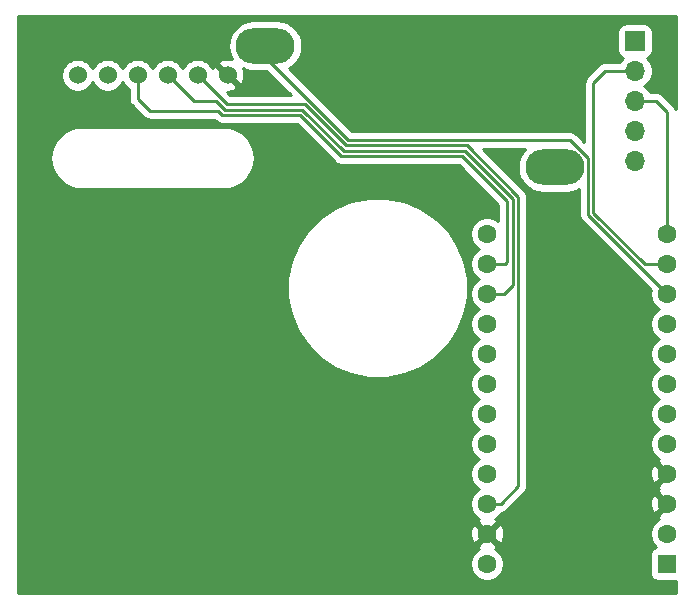
<source format=gbr>
%TF.GenerationSoftware,KiCad,Pcbnew,(5.1.6)-1*%
%TF.CreationDate,2021-01-28T10:50:38-06:00*%
%TF.ProjectId,BigSwitch,42696753-7769-4746-9368-2e6b69636164,rev?*%
%TF.SameCoordinates,Original*%
%TF.FileFunction,Copper,L1,Top*%
%TF.FilePolarity,Positive*%
%FSLAX46Y46*%
G04 Gerber Fmt 4.6, Leading zero omitted, Abs format (unit mm)*
G04 Created by KiCad (PCBNEW (5.1.6)-1) date 2021-01-28 10:50:38*
%MOMM*%
%LPD*%
G01*
G04 APERTURE LIST*
%TA.AperFunction,ComponentPad*%
%ADD10C,1.524000*%
%TD*%
%TA.AperFunction,ComponentPad*%
%ADD11O,5.000000X3.000000*%
%TD*%
%TA.AperFunction,ComponentPad*%
%ADD12C,1.600000*%
%TD*%
%TA.AperFunction,ComponentPad*%
%ADD13R,1.600000X1.600000*%
%TD*%
%TA.AperFunction,ComponentPad*%
%ADD14O,1.700000X1.700000*%
%TD*%
%TA.AperFunction,ComponentPad*%
%ADD15R,1.700000X1.700000*%
%TD*%
%TA.AperFunction,Conductor*%
%ADD16C,0.250000*%
%TD*%
%TA.AperFunction,Conductor*%
%ADD17C,0.254000*%
%TD*%
G04 APERTURE END LIST*
D10*
%TO.P,J1,3*%
%TO.N,/MISO*%
X126520000Y-85700000D03*
%TO.P,J1,4*%
%TO.N,/MOSI*%
X123980000Y-85700000D03*
%TO.P,J1,2*%
%TO.N,VCC*%
X129060000Y-85700000D03*
%TO.P,J1,1*%
%TO.N,GND*%
X131600000Y-85700000D03*
%TO.P,J1,5*%
%TO.N,/SCK*%
X121440000Y-85700000D03*
%TO.P,J1,6*%
%TO.N,/CS*%
X118900000Y-85700000D03*
%TD*%
D11*
%TO.P,MX1,1*%
%TO.N,/D7*%
X134800000Y-83200000D03*
%TO.P,MX1,2*%
%TO.N,/A0*%
X159300000Y-93500000D03*
%TD*%
D12*
%TO.P,U1,24*%
%TO.N,Net-(U1-Pad24)*%
X153580000Y-127070000D03*
%TO.P,U1,23*%
%TO.N,GND*%
X153580000Y-124530000D03*
%TO.P,U1,22*%
%TO.N,VCC*%
X153580000Y-121990000D03*
%TO.P,U1,21*%
%TO.N,Net-(U1-Pad21)*%
X153580000Y-119450000D03*
%TO.P,U1,20*%
%TO.N,Net-(U1-Pad20)*%
X153580000Y-116910000D03*
%TO.P,U1,19*%
%TO.N,Net-(U1-Pad19)*%
X153580000Y-114370000D03*
%TO.P,U1,18*%
%TO.N,Net-(U1-Pad18)*%
X153580000Y-111830000D03*
%TO.P,U1,17*%
%TO.N,/A0*%
X153580000Y-109290000D03*
%TO.P,U1,16*%
%TO.N,/SCK*%
X153580000Y-106750000D03*
%TO.P,U1,15*%
%TO.N,/MISO*%
X153580000Y-104210000D03*
%TO.P,U1,14*%
%TO.N,/MOSI*%
X153580000Y-101670000D03*
%TO.P,U1,13*%
%TO.N,/CS*%
X153580000Y-99130000D03*
%TO.P,U1,12*%
%TO.N,/D9*%
X168820000Y-99130000D03*
%TO.P,U1,11*%
%TO.N,/D8*%
X168820000Y-101670000D03*
%TO.P,U1,10*%
%TO.N,/D7*%
X168820000Y-104210000D03*
%TO.P,U1,9*%
%TO.N,/D6*%
X168820000Y-106750000D03*
%TO.P,U1,8*%
%TO.N,/D5*%
X168820000Y-109290000D03*
%TO.P,U1,7*%
%TO.N,Net-(U1-Pad7)*%
X168820000Y-111830000D03*
%TO.P,U1,6*%
%TO.N,Net-(U1-Pad6)*%
X168820000Y-114370000D03*
%TO.P,U1,5*%
%TO.N,Net-(U1-Pad5)*%
X168820000Y-116910000D03*
%TO.P,U1,4*%
%TO.N,GND*%
X168820000Y-119450000D03*
%TO.P,U1,3*%
X168820000Y-121990000D03*
%TO.P,U1,2*%
%TO.N,Net-(U1-Pad2)*%
X168820000Y-124530000D03*
D13*
%TO.P,U1,1*%
%TO.N,Net-(U1-Pad1)*%
X168820000Y-127070000D03*
%TD*%
D14*
%TO.P,J2,5*%
%TO.N,/A0*%
X166100000Y-92960000D03*
%TO.P,J2,4*%
%TO.N,/D5*%
X166100000Y-90420000D03*
%TO.P,J2,3*%
%TO.N,/D9*%
X166100000Y-87880000D03*
%TO.P,J2,2*%
%TO.N,/D8*%
X166100000Y-85340000D03*
D15*
%TO.P,J2,1*%
%TO.N,/D6*%
X166100000Y-82800000D03*
%TD*%
D16*
%TO.N,/MISO*%
X126520000Y-85700000D02*
X128720000Y-87900000D01*
X130623590Y-87900000D02*
X131341805Y-88618215D01*
X128720000Y-87900000D02*
X130623590Y-87900000D01*
X137945395Y-88618215D02*
X141427200Y-92100020D01*
X141427200Y-92100020D02*
X151663610Y-92100020D01*
X151663610Y-92100020D02*
X155749990Y-96186400D01*
X155749990Y-96186400D02*
X155749990Y-103450010D01*
X154990000Y-104210000D02*
X153580000Y-104210000D01*
X155749990Y-103450010D02*
X154990000Y-104210000D01*
X137945395Y-88618215D02*
X131341805Y-88618215D01*
%TO.N,/MOSI*%
X155130000Y-101670000D02*
X153580000Y-101670000D01*
X155299980Y-96372800D02*
X155299980Y-101500020D01*
X151477210Y-92550030D02*
X155299980Y-96372800D01*
X137758995Y-89068225D02*
X141240800Y-92550030D01*
X123980000Y-85700000D02*
X123980000Y-87680000D01*
X130787180Y-88700000D02*
X131155405Y-89068225D01*
X155299980Y-101500020D02*
X155130000Y-101670000D01*
X123980000Y-87680000D02*
X125000000Y-88700000D01*
X125000000Y-88700000D02*
X130787180Y-88700000D01*
X141240800Y-92550030D02*
X151477210Y-92550030D01*
X131155405Y-89068225D02*
X137758995Y-89068225D01*
%TO.N,VCC*%
X154710000Y-121990000D02*
X153580000Y-121990000D01*
X156200000Y-120500000D02*
X154710000Y-121990000D01*
X141613600Y-91650010D02*
X151850010Y-91650010D01*
X129060000Y-85700000D02*
X131528205Y-88168205D01*
X156200000Y-96000000D02*
X156200000Y-120500000D01*
X138131795Y-88168205D02*
X141613600Y-91650010D01*
X151850010Y-91650010D02*
X156200000Y-96000000D01*
X131528205Y-88168205D02*
X138131795Y-88168205D01*
%TO.N,/D9*%
X168820000Y-99130000D02*
X168820000Y-88820000D01*
X167880000Y-87880000D02*
X166100000Y-87880000D01*
X168820000Y-88820000D02*
X167880000Y-87880000D01*
%TO.N,/D8*%
X162575020Y-86324980D02*
X163560000Y-85340000D01*
X162575020Y-97328610D02*
X162575020Y-86324980D01*
X163560000Y-85340000D02*
X166100000Y-85340000D01*
X168820000Y-101670000D02*
X166916410Y-101670000D01*
X166916410Y-101670000D02*
X162575020Y-97328610D01*
%TO.N,/D7*%
X168820000Y-104210000D02*
X162125010Y-97515010D01*
X162125010Y-92744057D02*
X160580953Y-91200000D01*
X162125010Y-97515010D02*
X162125010Y-92744057D01*
X160580953Y-91200000D02*
X141800000Y-91200000D01*
X134800000Y-84200000D02*
X134800000Y-83200000D01*
X141800000Y-91200000D02*
X134800000Y-84200000D01*
%TD*%
D17*
%TO.N,GND*%
G36*
X169540001Y-88575405D02*
G01*
X169525546Y-88527753D01*
X169454974Y-88395724D01*
X169360001Y-88279999D01*
X169331003Y-88256201D01*
X168443804Y-87369002D01*
X168420001Y-87339999D01*
X168304276Y-87245026D01*
X168172247Y-87174454D01*
X168028986Y-87130997D01*
X167917333Y-87120000D01*
X167917322Y-87120000D01*
X167880000Y-87116324D01*
X167842678Y-87120000D01*
X167378178Y-87120000D01*
X167253475Y-86933368D01*
X167046632Y-86726525D01*
X166872240Y-86610000D01*
X167046632Y-86493475D01*
X167253475Y-86286632D01*
X167415990Y-86043411D01*
X167527932Y-85773158D01*
X167585000Y-85486260D01*
X167585000Y-85193740D01*
X167527932Y-84906842D01*
X167415990Y-84636589D01*
X167253475Y-84393368D01*
X167121620Y-84261513D01*
X167194180Y-84239502D01*
X167304494Y-84180537D01*
X167401185Y-84101185D01*
X167480537Y-84004494D01*
X167539502Y-83894180D01*
X167575812Y-83774482D01*
X167588072Y-83650000D01*
X167588072Y-81950000D01*
X167575812Y-81825518D01*
X167539502Y-81705820D01*
X167480537Y-81595506D01*
X167401185Y-81498815D01*
X167304494Y-81419463D01*
X167194180Y-81360498D01*
X167074482Y-81324188D01*
X166950000Y-81311928D01*
X165250000Y-81311928D01*
X165125518Y-81324188D01*
X165005820Y-81360498D01*
X164895506Y-81419463D01*
X164798815Y-81498815D01*
X164719463Y-81595506D01*
X164660498Y-81705820D01*
X164624188Y-81825518D01*
X164611928Y-81950000D01*
X164611928Y-83650000D01*
X164624188Y-83774482D01*
X164660498Y-83894180D01*
X164719463Y-84004494D01*
X164798815Y-84101185D01*
X164895506Y-84180537D01*
X165005820Y-84239502D01*
X165078380Y-84261513D01*
X164946525Y-84393368D01*
X164821822Y-84580000D01*
X163597322Y-84580000D01*
X163559999Y-84576324D01*
X163522676Y-84580000D01*
X163522667Y-84580000D01*
X163411014Y-84590997D01*
X163301306Y-84624276D01*
X163267753Y-84634454D01*
X163135723Y-84705026D01*
X163052083Y-84773668D01*
X163019999Y-84799999D01*
X162996201Y-84828997D01*
X162064018Y-85761181D01*
X162035020Y-85784979D01*
X162011222Y-85813977D01*
X162011221Y-85813978D01*
X161940046Y-85900704D01*
X161869474Y-86032734D01*
X161826018Y-86175995D01*
X161811344Y-86324980D01*
X161815021Y-86362312D01*
X161815021Y-91359266D01*
X161144757Y-90689003D01*
X161120954Y-90659999D01*
X161005229Y-90565026D01*
X160873200Y-90494454D01*
X160729939Y-90450997D01*
X160618286Y-90440000D01*
X160618275Y-90440000D01*
X160580953Y-90436324D01*
X160543631Y-90440000D01*
X142114802Y-90440000D01*
X136774676Y-85099875D01*
X136991881Y-84983777D01*
X137316977Y-84716977D01*
X137583777Y-84391881D01*
X137782026Y-84020982D01*
X137904108Y-83618533D01*
X137945330Y-83200000D01*
X137904108Y-82781467D01*
X137782026Y-82379018D01*
X137583777Y-82008119D01*
X137316977Y-81683023D01*
X136991881Y-81416223D01*
X136620982Y-81217974D01*
X136218533Y-81095892D01*
X135904882Y-81065000D01*
X133695118Y-81065000D01*
X133381467Y-81095892D01*
X132979018Y-81217974D01*
X132608119Y-81416223D01*
X132283023Y-81683023D01*
X132016223Y-82008119D01*
X131817974Y-82379018D01*
X131695892Y-82781467D01*
X131654670Y-83200000D01*
X131695892Y-83618533D01*
X131817974Y-84020982D01*
X131998988Y-84359637D01*
X131802865Y-84310977D01*
X131527983Y-84298090D01*
X131255867Y-84339078D01*
X130996977Y-84432364D01*
X130881020Y-84494344D01*
X130814040Y-84734435D01*
X131600000Y-85520395D01*
X131614143Y-85506253D01*
X131793748Y-85685858D01*
X131779605Y-85700000D01*
X132565565Y-86485960D01*
X132805656Y-86418980D01*
X132922756Y-86169952D01*
X132989023Y-85902865D01*
X133001910Y-85627983D01*
X132960922Y-85355867D01*
X132879023Y-85128578D01*
X132979018Y-85182026D01*
X133381467Y-85304108D01*
X133695118Y-85335000D01*
X134860199Y-85335000D01*
X136933404Y-87408205D01*
X131843007Y-87408205D01*
X131530056Y-87095255D01*
X131672017Y-87101910D01*
X131944133Y-87060922D01*
X132203023Y-86967636D01*
X132318980Y-86905656D01*
X132385960Y-86665565D01*
X131600000Y-85879605D01*
X131585858Y-85893748D01*
X131406253Y-85714143D01*
X131420395Y-85700000D01*
X130634435Y-84914040D01*
X130394344Y-84981020D01*
X130330515Y-85116760D01*
X130298005Y-85038273D01*
X130145120Y-84809465D01*
X129950535Y-84614880D01*
X129721727Y-84461995D01*
X129467490Y-84356686D01*
X129197592Y-84303000D01*
X128922408Y-84303000D01*
X128652510Y-84356686D01*
X128398273Y-84461995D01*
X128169465Y-84614880D01*
X127974880Y-84809465D01*
X127821995Y-85038273D01*
X127790000Y-85115515D01*
X127758005Y-85038273D01*
X127605120Y-84809465D01*
X127410535Y-84614880D01*
X127181727Y-84461995D01*
X126927490Y-84356686D01*
X126657592Y-84303000D01*
X126382408Y-84303000D01*
X126112510Y-84356686D01*
X125858273Y-84461995D01*
X125629465Y-84614880D01*
X125434880Y-84809465D01*
X125281995Y-85038273D01*
X125250000Y-85115515D01*
X125218005Y-85038273D01*
X125065120Y-84809465D01*
X124870535Y-84614880D01*
X124641727Y-84461995D01*
X124387490Y-84356686D01*
X124117592Y-84303000D01*
X123842408Y-84303000D01*
X123572510Y-84356686D01*
X123318273Y-84461995D01*
X123089465Y-84614880D01*
X122894880Y-84809465D01*
X122741995Y-85038273D01*
X122710000Y-85115515D01*
X122678005Y-85038273D01*
X122525120Y-84809465D01*
X122330535Y-84614880D01*
X122101727Y-84461995D01*
X121847490Y-84356686D01*
X121577592Y-84303000D01*
X121302408Y-84303000D01*
X121032510Y-84356686D01*
X120778273Y-84461995D01*
X120549465Y-84614880D01*
X120354880Y-84809465D01*
X120201995Y-85038273D01*
X120170000Y-85115515D01*
X120138005Y-85038273D01*
X119985120Y-84809465D01*
X119790535Y-84614880D01*
X119561727Y-84461995D01*
X119307490Y-84356686D01*
X119037592Y-84303000D01*
X118762408Y-84303000D01*
X118492510Y-84356686D01*
X118238273Y-84461995D01*
X118009465Y-84614880D01*
X117814880Y-84809465D01*
X117661995Y-85038273D01*
X117556686Y-85292510D01*
X117503000Y-85562408D01*
X117503000Y-85837592D01*
X117556686Y-86107490D01*
X117661995Y-86361727D01*
X117814880Y-86590535D01*
X118009465Y-86785120D01*
X118238273Y-86938005D01*
X118492510Y-87043314D01*
X118762408Y-87097000D01*
X119037592Y-87097000D01*
X119307490Y-87043314D01*
X119561727Y-86938005D01*
X119790535Y-86785120D01*
X119985120Y-86590535D01*
X120138005Y-86361727D01*
X120170000Y-86284485D01*
X120201995Y-86361727D01*
X120354880Y-86590535D01*
X120549465Y-86785120D01*
X120778273Y-86938005D01*
X121032510Y-87043314D01*
X121302408Y-87097000D01*
X121577592Y-87097000D01*
X121847490Y-87043314D01*
X122101727Y-86938005D01*
X122330535Y-86785120D01*
X122525120Y-86590535D01*
X122678005Y-86361727D01*
X122710000Y-86284485D01*
X122741995Y-86361727D01*
X122894880Y-86590535D01*
X123089465Y-86785120D01*
X123220001Y-86872341D01*
X123220001Y-87642668D01*
X123216324Y-87680000D01*
X123220001Y-87717333D01*
X123221349Y-87731014D01*
X123230998Y-87828985D01*
X123274454Y-87972246D01*
X123345026Y-88104276D01*
X123400809Y-88172247D01*
X123440000Y-88220001D01*
X123468998Y-88243799D01*
X124436200Y-89211002D01*
X124459999Y-89240001D01*
X124575724Y-89334974D01*
X124707753Y-89405546D01*
X124851014Y-89449003D01*
X124962667Y-89460000D01*
X124962677Y-89460000D01*
X125000000Y-89463676D01*
X125037323Y-89460000D01*
X130472379Y-89460000D01*
X130591601Y-89579222D01*
X130615404Y-89608226D01*
X130731129Y-89703199D01*
X130863158Y-89773771D01*
X131006419Y-89817228D01*
X131118072Y-89828225D01*
X131118080Y-89828225D01*
X131155405Y-89831901D01*
X131192730Y-89828225D01*
X137444194Y-89828225D01*
X140677000Y-93061032D01*
X140700799Y-93090031D01*
X140816524Y-93185004D01*
X140948553Y-93255576D01*
X141091814Y-93299033D01*
X141203467Y-93310030D01*
X141203477Y-93310030D01*
X141240800Y-93313706D01*
X141278123Y-93310030D01*
X151162409Y-93310030D01*
X154539980Y-96687602D01*
X154539980Y-98060584D01*
X154494759Y-98015363D01*
X154259727Y-97858320D01*
X153998574Y-97750147D01*
X153721335Y-97695000D01*
X153438665Y-97695000D01*
X153161426Y-97750147D01*
X152900273Y-97858320D01*
X152665241Y-98015363D01*
X152465363Y-98215241D01*
X152308320Y-98450273D01*
X152200147Y-98711426D01*
X152145000Y-98988665D01*
X152145000Y-99271335D01*
X152200147Y-99548574D01*
X152308320Y-99809727D01*
X152465363Y-100044759D01*
X152665241Y-100244637D01*
X152897759Y-100400000D01*
X152665241Y-100555363D01*
X152465363Y-100755241D01*
X152308320Y-100990273D01*
X152200147Y-101251426D01*
X152145000Y-101528665D01*
X152145000Y-101811335D01*
X152200147Y-102088574D01*
X152308320Y-102349727D01*
X152465363Y-102584759D01*
X152665241Y-102784637D01*
X152897759Y-102940000D01*
X152665241Y-103095363D01*
X152465363Y-103295241D01*
X152308320Y-103530273D01*
X152200147Y-103791426D01*
X152145000Y-104068665D01*
X152145000Y-104351335D01*
X152200147Y-104628574D01*
X152308320Y-104889727D01*
X152465363Y-105124759D01*
X152665241Y-105324637D01*
X152897759Y-105480000D01*
X152665241Y-105635363D01*
X152465363Y-105835241D01*
X152308320Y-106070273D01*
X152200147Y-106331426D01*
X152145000Y-106608665D01*
X152145000Y-106891335D01*
X152200147Y-107168574D01*
X152308320Y-107429727D01*
X152465363Y-107664759D01*
X152665241Y-107864637D01*
X152897759Y-108020000D01*
X152665241Y-108175363D01*
X152465363Y-108375241D01*
X152308320Y-108610273D01*
X152200147Y-108871426D01*
X152145000Y-109148665D01*
X152145000Y-109431335D01*
X152200147Y-109708574D01*
X152308320Y-109969727D01*
X152465363Y-110204759D01*
X152665241Y-110404637D01*
X152897759Y-110560000D01*
X152665241Y-110715363D01*
X152465363Y-110915241D01*
X152308320Y-111150273D01*
X152200147Y-111411426D01*
X152145000Y-111688665D01*
X152145000Y-111971335D01*
X152200147Y-112248574D01*
X152308320Y-112509727D01*
X152465363Y-112744759D01*
X152665241Y-112944637D01*
X152897759Y-113100000D01*
X152665241Y-113255363D01*
X152465363Y-113455241D01*
X152308320Y-113690273D01*
X152200147Y-113951426D01*
X152145000Y-114228665D01*
X152145000Y-114511335D01*
X152200147Y-114788574D01*
X152308320Y-115049727D01*
X152465363Y-115284759D01*
X152665241Y-115484637D01*
X152897759Y-115640000D01*
X152665241Y-115795363D01*
X152465363Y-115995241D01*
X152308320Y-116230273D01*
X152200147Y-116491426D01*
X152145000Y-116768665D01*
X152145000Y-117051335D01*
X152200147Y-117328574D01*
X152308320Y-117589727D01*
X152465363Y-117824759D01*
X152665241Y-118024637D01*
X152897759Y-118180000D01*
X152665241Y-118335363D01*
X152465363Y-118535241D01*
X152308320Y-118770273D01*
X152200147Y-119031426D01*
X152145000Y-119308665D01*
X152145000Y-119591335D01*
X152200147Y-119868574D01*
X152308320Y-120129727D01*
X152465363Y-120364759D01*
X152665241Y-120564637D01*
X152897759Y-120720000D01*
X152665241Y-120875363D01*
X152465363Y-121075241D01*
X152308320Y-121310273D01*
X152200147Y-121571426D01*
X152145000Y-121848665D01*
X152145000Y-122131335D01*
X152200147Y-122408574D01*
X152308320Y-122669727D01*
X152465363Y-122904759D01*
X152665241Y-123104637D01*
X152899128Y-123260915D01*
X152838486Y-123293329D01*
X152766903Y-123537298D01*
X153580000Y-124350395D01*
X154393097Y-123537298D01*
X154321514Y-123293329D01*
X154257008Y-123262806D01*
X154259727Y-123261680D01*
X154494759Y-123104637D01*
X154694637Y-122904759D01*
X154801616Y-122744654D01*
X154858986Y-122739003D01*
X155002247Y-122695546D01*
X155134276Y-122624974D01*
X155250001Y-122530001D01*
X155273804Y-122500997D01*
X155714289Y-122060512D01*
X167379783Y-122060512D01*
X167421213Y-122340130D01*
X167516397Y-122606292D01*
X167583329Y-122731514D01*
X167827298Y-122803097D01*
X168640395Y-121990000D01*
X167827298Y-121176903D01*
X167583329Y-121248486D01*
X167462429Y-121503996D01*
X167393700Y-121778184D01*
X167379783Y-122060512D01*
X155714289Y-122060512D01*
X156711003Y-121063799D01*
X156740001Y-121040001D01*
X156834974Y-120924276D01*
X156905546Y-120792247D01*
X156949003Y-120648986D01*
X156960000Y-120537333D01*
X156960000Y-120537324D01*
X156963676Y-120500001D01*
X156960000Y-120462678D01*
X156960000Y-119520512D01*
X167379783Y-119520512D01*
X167421213Y-119800130D01*
X167516397Y-120066292D01*
X167583329Y-120191514D01*
X167827298Y-120263097D01*
X168640395Y-119450000D01*
X167827298Y-118636903D01*
X167583329Y-118708486D01*
X167462429Y-118963996D01*
X167393700Y-119238184D01*
X167379783Y-119520512D01*
X156960000Y-119520512D01*
X156960000Y-96037323D01*
X156963676Y-96000000D01*
X156960000Y-95962677D01*
X156960000Y-95962667D01*
X156949003Y-95851014D01*
X156905546Y-95707753D01*
X156834974Y-95575724D01*
X156740001Y-95459999D01*
X156711004Y-95436202D01*
X153234801Y-91960000D01*
X156811077Y-91960000D01*
X156783023Y-91983023D01*
X156516223Y-92308119D01*
X156317974Y-92679018D01*
X156195892Y-93081467D01*
X156154670Y-93500000D01*
X156195892Y-93918533D01*
X156317974Y-94320982D01*
X156516223Y-94691881D01*
X156783023Y-95016977D01*
X157108119Y-95283777D01*
X157479018Y-95482026D01*
X157881467Y-95604108D01*
X158195118Y-95635000D01*
X160404882Y-95635000D01*
X160718533Y-95604108D01*
X161120982Y-95482026D01*
X161365010Y-95351590D01*
X161365010Y-97477687D01*
X161361334Y-97515010D01*
X161365010Y-97552332D01*
X161365010Y-97552342D01*
X161376007Y-97663995D01*
X161419464Y-97807256D01*
X161490036Y-97939286D01*
X161509977Y-97963584D01*
X161585009Y-98055011D01*
X161614013Y-98078814D01*
X167421312Y-103886114D01*
X167385000Y-104068665D01*
X167385000Y-104351335D01*
X167440147Y-104628574D01*
X167548320Y-104889727D01*
X167705363Y-105124759D01*
X167905241Y-105324637D01*
X168137759Y-105480000D01*
X167905241Y-105635363D01*
X167705363Y-105835241D01*
X167548320Y-106070273D01*
X167440147Y-106331426D01*
X167385000Y-106608665D01*
X167385000Y-106891335D01*
X167440147Y-107168574D01*
X167548320Y-107429727D01*
X167705363Y-107664759D01*
X167905241Y-107864637D01*
X168137759Y-108020000D01*
X167905241Y-108175363D01*
X167705363Y-108375241D01*
X167548320Y-108610273D01*
X167440147Y-108871426D01*
X167385000Y-109148665D01*
X167385000Y-109431335D01*
X167440147Y-109708574D01*
X167548320Y-109969727D01*
X167705363Y-110204759D01*
X167905241Y-110404637D01*
X168137759Y-110560000D01*
X167905241Y-110715363D01*
X167705363Y-110915241D01*
X167548320Y-111150273D01*
X167440147Y-111411426D01*
X167385000Y-111688665D01*
X167385000Y-111971335D01*
X167440147Y-112248574D01*
X167548320Y-112509727D01*
X167705363Y-112744759D01*
X167905241Y-112944637D01*
X168137759Y-113100000D01*
X167905241Y-113255363D01*
X167705363Y-113455241D01*
X167548320Y-113690273D01*
X167440147Y-113951426D01*
X167385000Y-114228665D01*
X167385000Y-114511335D01*
X167440147Y-114788574D01*
X167548320Y-115049727D01*
X167705363Y-115284759D01*
X167905241Y-115484637D01*
X168137759Y-115640000D01*
X167905241Y-115795363D01*
X167705363Y-115995241D01*
X167548320Y-116230273D01*
X167440147Y-116491426D01*
X167385000Y-116768665D01*
X167385000Y-117051335D01*
X167440147Y-117328574D01*
X167548320Y-117589727D01*
X167705363Y-117824759D01*
X167905241Y-118024637D01*
X168139128Y-118180915D01*
X168078486Y-118213329D01*
X168006903Y-118457298D01*
X168820000Y-119270395D01*
X168834143Y-119256253D01*
X169013748Y-119435858D01*
X168999605Y-119450000D01*
X169013748Y-119464143D01*
X168834143Y-119643748D01*
X168820000Y-119629605D01*
X168006903Y-120442702D01*
X168078486Y-120686671D01*
X168144636Y-120717971D01*
X168078486Y-120753329D01*
X168006903Y-120997298D01*
X168820000Y-121810395D01*
X168834143Y-121796253D01*
X169013748Y-121975858D01*
X168999605Y-121990000D01*
X169013748Y-122004143D01*
X168834143Y-122183748D01*
X168820000Y-122169605D01*
X168006903Y-122982702D01*
X168078486Y-123226671D01*
X168142992Y-123257194D01*
X168140273Y-123258320D01*
X167905241Y-123415363D01*
X167705363Y-123615241D01*
X167548320Y-123850273D01*
X167440147Y-124111426D01*
X167385000Y-124388665D01*
X167385000Y-124671335D01*
X167440147Y-124948574D01*
X167548320Y-125209727D01*
X167705363Y-125444759D01*
X167903961Y-125643357D01*
X167895518Y-125644188D01*
X167775820Y-125680498D01*
X167665506Y-125739463D01*
X167568815Y-125818815D01*
X167489463Y-125915506D01*
X167430498Y-126025820D01*
X167394188Y-126145518D01*
X167381928Y-126270000D01*
X167381928Y-127870000D01*
X167394188Y-127994482D01*
X167430498Y-128114180D01*
X167489463Y-128224494D01*
X167568815Y-128321185D01*
X167665506Y-128400537D01*
X167775820Y-128459502D01*
X167895518Y-128495812D01*
X168020000Y-128508072D01*
X169540000Y-128508072D01*
X169540000Y-129540000D01*
X113860000Y-129540000D01*
X113860000Y-126928665D01*
X152145000Y-126928665D01*
X152145000Y-127211335D01*
X152200147Y-127488574D01*
X152308320Y-127749727D01*
X152465363Y-127984759D01*
X152665241Y-128184637D01*
X152900273Y-128341680D01*
X153161426Y-128449853D01*
X153438665Y-128505000D01*
X153721335Y-128505000D01*
X153998574Y-128449853D01*
X154259727Y-128341680D01*
X154494759Y-128184637D01*
X154694637Y-127984759D01*
X154851680Y-127749727D01*
X154959853Y-127488574D01*
X155015000Y-127211335D01*
X155015000Y-126928665D01*
X154959853Y-126651426D01*
X154851680Y-126390273D01*
X154694637Y-126155241D01*
X154494759Y-125955363D01*
X154260872Y-125799085D01*
X154321514Y-125766671D01*
X154393097Y-125522702D01*
X153580000Y-124709605D01*
X152766903Y-125522702D01*
X152838486Y-125766671D01*
X152902992Y-125797194D01*
X152900273Y-125798320D01*
X152665241Y-125955363D01*
X152465363Y-126155241D01*
X152308320Y-126390273D01*
X152200147Y-126651426D01*
X152145000Y-126928665D01*
X113860000Y-126928665D01*
X113860000Y-124600512D01*
X152139783Y-124600512D01*
X152181213Y-124880130D01*
X152276397Y-125146292D01*
X152343329Y-125271514D01*
X152587298Y-125343097D01*
X153400395Y-124530000D01*
X153759605Y-124530000D01*
X154572702Y-125343097D01*
X154816671Y-125271514D01*
X154937571Y-125016004D01*
X155006300Y-124741816D01*
X155020217Y-124459488D01*
X154978787Y-124179870D01*
X154883603Y-123913708D01*
X154816671Y-123788486D01*
X154572702Y-123716903D01*
X153759605Y-124530000D01*
X153400395Y-124530000D01*
X152587298Y-123716903D01*
X152343329Y-123788486D01*
X152222429Y-124043996D01*
X152153700Y-124318184D01*
X152139783Y-124600512D01*
X113860000Y-124600512D01*
X113860000Y-102948018D01*
X136665000Y-102948018D01*
X136665000Y-104451982D01*
X136958408Y-105927047D01*
X137533950Y-107316529D01*
X138369508Y-108567029D01*
X139432971Y-109630492D01*
X140683471Y-110466050D01*
X142072953Y-111041592D01*
X143548018Y-111335000D01*
X145051982Y-111335000D01*
X146527047Y-111041592D01*
X147916529Y-110466050D01*
X149167029Y-109630492D01*
X150230492Y-108567029D01*
X151066050Y-107316529D01*
X151641592Y-105927047D01*
X151935000Y-104451982D01*
X151935000Y-102948018D01*
X151641592Y-101472953D01*
X151066050Y-100083471D01*
X150230492Y-98832971D01*
X149167029Y-97769508D01*
X147916529Y-96933950D01*
X146527047Y-96358408D01*
X145051982Y-96065000D01*
X143548018Y-96065000D01*
X142072953Y-96358408D01*
X140683471Y-96933950D01*
X139432971Y-97769508D01*
X138369508Y-98832971D01*
X137533950Y-100083471D01*
X136958408Y-101472953D01*
X136665000Y-102948018D01*
X113860000Y-102948018D01*
X113860000Y-92700000D01*
X116602251Y-92700000D01*
X116653127Y-93216550D01*
X116803799Y-93713250D01*
X117048477Y-94171011D01*
X117377759Y-94572241D01*
X117778989Y-94901523D01*
X118236750Y-95146201D01*
X118733450Y-95296873D01*
X119120558Y-95335000D01*
X131379442Y-95335000D01*
X131766550Y-95296873D01*
X132263250Y-95146201D01*
X132721011Y-94901523D01*
X133122241Y-94572241D01*
X133451523Y-94171011D01*
X133696201Y-93713250D01*
X133846873Y-93216550D01*
X133897749Y-92700000D01*
X133846873Y-92183450D01*
X133696201Y-91686750D01*
X133451523Y-91228989D01*
X133122241Y-90827759D01*
X132721011Y-90498477D01*
X132263250Y-90253799D01*
X131766550Y-90103127D01*
X131379442Y-90065000D01*
X119120558Y-90065000D01*
X118733450Y-90103127D01*
X118236750Y-90253799D01*
X117778989Y-90498477D01*
X117377759Y-90827759D01*
X117048477Y-91228989D01*
X116803799Y-91686750D01*
X116653127Y-92183450D01*
X116602251Y-92700000D01*
X113860000Y-92700000D01*
X113860000Y-80660000D01*
X169540001Y-80660000D01*
X169540001Y-88575405D01*
G37*
X169540001Y-88575405D02*
X169525546Y-88527753D01*
X169454974Y-88395724D01*
X169360001Y-88279999D01*
X169331003Y-88256201D01*
X168443804Y-87369002D01*
X168420001Y-87339999D01*
X168304276Y-87245026D01*
X168172247Y-87174454D01*
X168028986Y-87130997D01*
X167917333Y-87120000D01*
X167917322Y-87120000D01*
X167880000Y-87116324D01*
X167842678Y-87120000D01*
X167378178Y-87120000D01*
X167253475Y-86933368D01*
X167046632Y-86726525D01*
X166872240Y-86610000D01*
X167046632Y-86493475D01*
X167253475Y-86286632D01*
X167415990Y-86043411D01*
X167527932Y-85773158D01*
X167585000Y-85486260D01*
X167585000Y-85193740D01*
X167527932Y-84906842D01*
X167415990Y-84636589D01*
X167253475Y-84393368D01*
X167121620Y-84261513D01*
X167194180Y-84239502D01*
X167304494Y-84180537D01*
X167401185Y-84101185D01*
X167480537Y-84004494D01*
X167539502Y-83894180D01*
X167575812Y-83774482D01*
X167588072Y-83650000D01*
X167588072Y-81950000D01*
X167575812Y-81825518D01*
X167539502Y-81705820D01*
X167480537Y-81595506D01*
X167401185Y-81498815D01*
X167304494Y-81419463D01*
X167194180Y-81360498D01*
X167074482Y-81324188D01*
X166950000Y-81311928D01*
X165250000Y-81311928D01*
X165125518Y-81324188D01*
X165005820Y-81360498D01*
X164895506Y-81419463D01*
X164798815Y-81498815D01*
X164719463Y-81595506D01*
X164660498Y-81705820D01*
X164624188Y-81825518D01*
X164611928Y-81950000D01*
X164611928Y-83650000D01*
X164624188Y-83774482D01*
X164660498Y-83894180D01*
X164719463Y-84004494D01*
X164798815Y-84101185D01*
X164895506Y-84180537D01*
X165005820Y-84239502D01*
X165078380Y-84261513D01*
X164946525Y-84393368D01*
X164821822Y-84580000D01*
X163597322Y-84580000D01*
X163559999Y-84576324D01*
X163522676Y-84580000D01*
X163522667Y-84580000D01*
X163411014Y-84590997D01*
X163301306Y-84624276D01*
X163267753Y-84634454D01*
X163135723Y-84705026D01*
X163052083Y-84773668D01*
X163019999Y-84799999D01*
X162996201Y-84828997D01*
X162064018Y-85761181D01*
X162035020Y-85784979D01*
X162011222Y-85813977D01*
X162011221Y-85813978D01*
X161940046Y-85900704D01*
X161869474Y-86032734D01*
X161826018Y-86175995D01*
X161811344Y-86324980D01*
X161815021Y-86362312D01*
X161815021Y-91359266D01*
X161144757Y-90689003D01*
X161120954Y-90659999D01*
X161005229Y-90565026D01*
X160873200Y-90494454D01*
X160729939Y-90450997D01*
X160618286Y-90440000D01*
X160618275Y-90440000D01*
X160580953Y-90436324D01*
X160543631Y-90440000D01*
X142114802Y-90440000D01*
X136774676Y-85099875D01*
X136991881Y-84983777D01*
X137316977Y-84716977D01*
X137583777Y-84391881D01*
X137782026Y-84020982D01*
X137904108Y-83618533D01*
X137945330Y-83200000D01*
X137904108Y-82781467D01*
X137782026Y-82379018D01*
X137583777Y-82008119D01*
X137316977Y-81683023D01*
X136991881Y-81416223D01*
X136620982Y-81217974D01*
X136218533Y-81095892D01*
X135904882Y-81065000D01*
X133695118Y-81065000D01*
X133381467Y-81095892D01*
X132979018Y-81217974D01*
X132608119Y-81416223D01*
X132283023Y-81683023D01*
X132016223Y-82008119D01*
X131817974Y-82379018D01*
X131695892Y-82781467D01*
X131654670Y-83200000D01*
X131695892Y-83618533D01*
X131817974Y-84020982D01*
X131998988Y-84359637D01*
X131802865Y-84310977D01*
X131527983Y-84298090D01*
X131255867Y-84339078D01*
X130996977Y-84432364D01*
X130881020Y-84494344D01*
X130814040Y-84734435D01*
X131600000Y-85520395D01*
X131614143Y-85506253D01*
X131793748Y-85685858D01*
X131779605Y-85700000D01*
X132565565Y-86485960D01*
X132805656Y-86418980D01*
X132922756Y-86169952D01*
X132989023Y-85902865D01*
X133001910Y-85627983D01*
X132960922Y-85355867D01*
X132879023Y-85128578D01*
X132979018Y-85182026D01*
X133381467Y-85304108D01*
X133695118Y-85335000D01*
X134860199Y-85335000D01*
X136933404Y-87408205D01*
X131843007Y-87408205D01*
X131530056Y-87095255D01*
X131672017Y-87101910D01*
X131944133Y-87060922D01*
X132203023Y-86967636D01*
X132318980Y-86905656D01*
X132385960Y-86665565D01*
X131600000Y-85879605D01*
X131585858Y-85893748D01*
X131406253Y-85714143D01*
X131420395Y-85700000D01*
X130634435Y-84914040D01*
X130394344Y-84981020D01*
X130330515Y-85116760D01*
X130298005Y-85038273D01*
X130145120Y-84809465D01*
X129950535Y-84614880D01*
X129721727Y-84461995D01*
X129467490Y-84356686D01*
X129197592Y-84303000D01*
X128922408Y-84303000D01*
X128652510Y-84356686D01*
X128398273Y-84461995D01*
X128169465Y-84614880D01*
X127974880Y-84809465D01*
X127821995Y-85038273D01*
X127790000Y-85115515D01*
X127758005Y-85038273D01*
X127605120Y-84809465D01*
X127410535Y-84614880D01*
X127181727Y-84461995D01*
X126927490Y-84356686D01*
X126657592Y-84303000D01*
X126382408Y-84303000D01*
X126112510Y-84356686D01*
X125858273Y-84461995D01*
X125629465Y-84614880D01*
X125434880Y-84809465D01*
X125281995Y-85038273D01*
X125250000Y-85115515D01*
X125218005Y-85038273D01*
X125065120Y-84809465D01*
X124870535Y-84614880D01*
X124641727Y-84461995D01*
X124387490Y-84356686D01*
X124117592Y-84303000D01*
X123842408Y-84303000D01*
X123572510Y-84356686D01*
X123318273Y-84461995D01*
X123089465Y-84614880D01*
X122894880Y-84809465D01*
X122741995Y-85038273D01*
X122710000Y-85115515D01*
X122678005Y-85038273D01*
X122525120Y-84809465D01*
X122330535Y-84614880D01*
X122101727Y-84461995D01*
X121847490Y-84356686D01*
X121577592Y-84303000D01*
X121302408Y-84303000D01*
X121032510Y-84356686D01*
X120778273Y-84461995D01*
X120549465Y-84614880D01*
X120354880Y-84809465D01*
X120201995Y-85038273D01*
X120170000Y-85115515D01*
X120138005Y-85038273D01*
X119985120Y-84809465D01*
X119790535Y-84614880D01*
X119561727Y-84461995D01*
X119307490Y-84356686D01*
X119037592Y-84303000D01*
X118762408Y-84303000D01*
X118492510Y-84356686D01*
X118238273Y-84461995D01*
X118009465Y-84614880D01*
X117814880Y-84809465D01*
X117661995Y-85038273D01*
X117556686Y-85292510D01*
X117503000Y-85562408D01*
X117503000Y-85837592D01*
X117556686Y-86107490D01*
X117661995Y-86361727D01*
X117814880Y-86590535D01*
X118009465Y-86785120D01*
X118238273Y-86938005D01*
X118492510Y-87043314D01*
X118762408Y-87097000D01*
X119037592Y-87097000D01*
X119307490Y-87043314D01*
X119561727Y-86938005D01*
X119790535Y-86785120D01*
X119985120Y-86590535D01*
X120138005Y-86361727D01*
X120170000Y-86284485D01*
X120201995Y-86361727D01*
X120354880Y-86590535D01*
X120549465Y-86785120D01*
X120778273Y-86938005D01*
X121032510Y-87043314D01*
X121302408Y-87097000D01*
X121577592Y-87097000D01*
X121847490Y-87043314D01*
X122101727Y-86938005D01*
X122330535Y-86785120D01*
X122525120Y-86590535D01*
X122678005Y-86361727D01*
X122710000Y-86284485D01*
X122741995Y-86361727D01*
X122894880Y-86590535D01*
X123089465Y-86785120D01*
X123220001Y-86872341D01*
X123220001Y-87642668D01*
X123216324Y-87680000D01*
X123220001Y-87717333D01*
X123221349Y-87731014D01*
X123230998Y-87828985D01*
X123274454Y-87972246D01*
X123345026Y-88104276D01*
X123400809Y-88172247D01*
X123440000Y-88220001D01*
X123468998Y-88243799D01*
X124436200Y-89211002D01*
X124459999Y-89240001D01*
X124575724Y-89334974D01*
X124707753Y-89405546D01*
X124851014Y-89449003D01*
X124962667Y-89460000D01*
X124962677Y-89460000D01*
X125000000Y-89463676D01*
X125037323Y-89460000D01*
X130472379Y-89460000D01*
X130591601Y-89579222D01*
X130615404Y-89608226D01*
X130731129Y-89703199D01*
X130863158Y-89773771D01*
X131006419Y-89817228D01*
X131118072Y-89828225D01*
X131118080Y-89828225D01*
X131155405Y-89831901D01*
X131192730Y-89828225D01*
X137444194Y-89828225D01*
X140677000Y-93061032D01*
X140700799Y-93090031D01*
X140816524Y-93185004D01*
X140948553Y-93255576D01*
X141091814Y-93299033D01*
X141203467Y-93310030D01*
X141203477Y-93310030D01*
X141240800Y-93313706D01*
X141278123Y-93310030D01*
X151162409Y-93310030D01*
X154539980Y-96687602D01*
X154539980Y-98060584D01*
X154494759Y-98015363D01*
X154259727Y-97858320D01*
X153998574Y-97750147D01*
X153721335Y-97695000D01*
X153438665Y-97695000D01*
X153161426Y-97750147D01*
X152900273Y-97858320D01*
X152665241Y-98015363D01*
X152465363Y-98215241D01*
X152308320Y-98450273D01*
X152200147Y-98711426D01*
X152145000Y-98988665D01*
X152145000Y-99271335D01*
X152200147Y-99548574D01*
X152308320Y-99809727D01*
X152465363Y-100044759D01*
X152665241Y-100244637D01*
X152897759Y-100400000D01*
X152665241Y-100555363D01*
X152465363Y-100755241D01*
X152308320Y-100990273D01*
X152200147Y-101251426D01*
X152145000Y-101528665D01*
X152145000Y-101811335D01*
X152200147Y-102088574D01*
X152308320Y-102349727D01*
X152465363Y-102584759D01*
X152665241Y-102784637D01*
X152897759Y-102940000D01*
X152665241Y-103095363D01*
X152465363Y-103295241D01*
X152308320Y-103530273D01*
X152200147Y-103791426D01*
X152145000Y-104068665D01*
X152145000Y-104351335D01*
X152200147Y-104628574D01*
X152308320Y-104889727D01*
X152465363Y-105124759D01*
X152665241Y-105324637D01*
X152897759Y-105480000D01*
X152665241Y-105635363D01*
X152465363Y-105835241D01*
X152308320Y-106070273D01*
X152200147Y-106331426D01*
X152145000Y-106608665D01*
X152145000Y-106891335D01*
X152200147Y-107168574D01*
X152308320Y-107429727D01*
X152465363Y-107664759D01*
X152665241Y-107864637D01*
X152897759Y-108020000D01*
X152665241Y-108175363D01*
X152465363Y-108375241D01*
X152308320Y-108610273D01*
X152200147Y-108871426D01*
X152145000Y-109148665D01*
X152145000Y-109431335D01*
X152200147Y-109708574D01*
X152308320Y-109969727D01*
X152465363Y-110204759D01*
X152665241Y-110404637D01*
X152897759Y-110560000D01*
X152665241Y-110715363D01*
X152465363Y-110915241D01*
X152308320Y-111150273D01*
X152200147Y-111411426D01*
X152145000Y-111688665D01*
X152145000Y-111971335D01*
X152200147Y-112248574D01*
X152308320Y-112509727D01*
X152465363Y-112744759D01*
X152665241Y-112944637D01*
X152897759Y-113100000D01*
X152665241Y-113255363D01*
X152465363Y-113455241D01*
X152308320Y-113690273D01*
X152200147Y-113951426D01*
X152145000Y-114228665D01*
X152145000Y-114511335D01*
X152200147Y-114788574D01*
X152308320Y-115049727D01*
X152465363Y-115284759D01*
X152665241Y-115484637D01*
X152897759Y-115640000D01*
X152665241Y-115795363D01*
X152465363Y-115995241D01*
X152308320Y-116230273D01*
X152200147Y-116491426D01*
X152145000Y-116768665D01*
X152145000Y-117051335D01*
X152200147Y-117328574D01*
X152308320Y-117589727D01*
X152465363Y-117824759D01*
X152665241Y-118024637D01*
X152897759Y-118180000D01*
X152665241Y-118335363D01*
X152465363Y-118535241D01*
X152308320Y-118770273D01*
X152200147Y-119031426D01*
X152145000Y-119308665D01*
X152145000Y-119591335D01*
X152200147Y-119868574D01*
X152308320Y-120129727D01*
X152465363Y-120364759D01*
X152665241Y-120564637D01*
X152897759Y-120720000D01*
X152665241Y-120875363D01*
X152465363Y-121075241D01*
X152308320Y-121310273D01*
X152200147Y-121571426D01*
X152145000Y-121848665D01*
X152145000Y-122131335D01*
X152200147Y-122408574D01*
X152308320Y-122669727D01*
X152465363Y-122904759D01*
X152665241Y-123104637D01*
X152899128Y-123260915D01*
X152838486Y-123293329D01*
X152766903Y-123537298D01*
X153580000Y-124350395D01*
X154393097Y-123537298D01*
X154321514Y-123293329D01*
X154257008Y-123262806D01*
X154259727Y-123261680D01*
X154494759Y-123104637D01*
X154694637Y-122904759D01*
X154801616Y-122744654D01*
X154858986Y-122739003D01*
X155002247Y-122695546D01*
X155134276Y-122624974D01*
X155250001Y-122530001D01*
X155273804Y-122500997D01*
X155714289Y-122060512D01*
X167379783Y-122060512D01*
X167421213Y-122340130D01*
X167516397Y-122606292D01*
X167583329Y-122731514D01*
X167827298Y-122803097D01*
X168640395Y-121990000D01*
X167827298Y-121176903D01*
X167583329Y-121248486D01*
X167462429Y-121503996D01*
X167393700Y-121778184D01*
X167379783Y-122060512D01*
X155714289Y-122060512D01*
X156711003Y-121063799D01*
X156740001Y-121040001D01*
X156834974Y-120924276D01*
X156905546Y-120792247D01*
X156949003Y-120648986D01*
X156960000Y-120537333D01*
X156960000Y-120537324D01*
X156963676Y-120500001D01*
X156960000Y-120462678D01*
X156960000Y-119520512D01*
X167379783Y-119520512D01*
X167421213Y-119800130D01*
X167516397Y-120066292D01*
X167583329Y-120191514D01*
X167827298Y-120263097D01*
X168640395Y-119450000D01*
X167827298Y-118636903D01*
X167583329Y-118708486D01*
X167462429Y-118963996D01*
X167393700Y-119238184D01*
X167379783Y-119520512D01*
X156960000Y-119520512D01*
X156960000Y-96037323D01*
X156963676Y-96000000D01*
X156960000Y-95962677D01*
X156960000Y-95962667D01*
X156949003Y-95851014D01*
X156905546Y-95707753D01*
X156834974Y-95575724D01*
X156740001Y-95459999D01*
X156711004Y-95436202D01*
X153234801Y-91960000D01*
X156811077Y-91960000D01*
X156783023Y-91983023D01*
X156516223Y-92308119D01*
X156317974Y-92679018D01*
X156195892Y-93081467D01*
X156154670Y-93500000D01*
X156195892Y-93918533D01*
X156317974Y-94320982D01*
X156516223Y-94691881D01*
X156783023Y-95016977D01*
X157108119Y-95283777D01*
X157479018Y-95482026D01*
X157881467Y-95604108D01*
X158195118Y-95635000D01*
X160404882Y-95635000D01*
X160718533Y-95604108D01*
X161120982Y-95482026D01*
X161365010Y-95351590D01*
X161365010Y-97477687D01*
X161361334Y-97515010D01*
X161365010Y-97552332D01*
X161365010Y-97552342D01*
X161376007Y-97663995D01*
X161419464Y-97807256D01*
X161490036Y-97939286D01*
X161509977Y-97963584D01*
X161585009Y-98055011D01*
X161614013Y-98078814D01*
X167421312Y-103886114D01*
X167385000Y-104068665D01*
X167385000Y-104351335D01*
X167440147Y-104628574D01*
X167548320Y-104889727D01*
X167705363Y-105124759D01*
X167905241Y-105324637D01*
X168137759Y-105480000D01*
X167905241Y-105635363D01*
X167705363Y-105835241D01*
X167548320Y-106070273D01*
X167440147Y-106331426D01*
X167385000Y-106608665D01*
X167385000Y-106891335D01*
X167440147Y-107168574D01*
X167548320Y-107429727D01*
X167705363Y-107664759D01*
X167905241Y-107864637D01*
X168137759Y-108020000D01*
X167905241Y-108175363D01*
X167705363Y-108375241D01*
X167548320Y-108610273D01*
X167440147Y-108871426D01*
X167385000Y-109148665D01*
X167385000Y-109431335D01*
X167440147Y-109708574D01*
X167548320Y-109969727D01*
X167705363Y-110204759D01*
X167905241Y-110404637D01*
X168137759Y-110560000D01*
X167905241Y-110715363D01*
X167705363Y-110915241D01*
X167548320Y-111150273D01*
X167440147Y-111411426D01*
X167385000Y-111688665D01*
X167385000Y-111971335D01*
X167440147Y-112248574D01*
X167548320Y-112509727D01*
X167705363Y-112744759D01*
X167905241Y-112944637D01*
X168137759Y-113100000D01*
X167905241Y-113255363D01*
X167705363Y-113455241D01*
X167548320Y-113690273D01*
X167440147Y-113951426D01*
X167385000Y-114228665D01*
X167385000Y-114511335D01*
X167440147Y-114788574D01*
X167548320Y-115049727D01*
X167705363Y-115284759D01*
X167905241Y-115484637D01*
X168137759Y-115640000D01*
X167905241Y-115795363D01*
X167705363Y-115995241D01*
X167548320Y-116230273D01*
X167440147Y-116491426D01*
X167385000Y-116768665D01*
X167385000Y-117051335D01*
X167440147Y-117328574D01*
X167548320Y-117589727D01*
X167705363Y-117824759D01*
X167905241Y-118024637D01*
X168139128Y-118180915D01*
X168078486Y-118213329D01*
X168006903Y-118457298D01*
X168820000Y-119270395D01*
X168834143Y-119256253D01*
X169013748Y-119435858D01*
X168999605Y-119450000D01*
X169013748Y-119464143D01*
X168834143Y-119643748D01*
X168820000Y-119629605D01*
X168006903Y-120442702D01*
X168078486Y-120686671D01*
X168144636Y-120717971D01*
X168078486Y-120753329D01*
X168006903Y-120997298D01*
X168820000Y-121810395D01*
X168834143Y-121796253D01*
X169013748Y-121975858D01*
X168999605Y-121990000D01*
X169013748Y-122004143D01*
X168834143Y-122183748D01*
X168820000Y-122169605D01*
X168006903Y-122982702D01*
X168078486Y-123226671D01*
X168142992Y-123257194D01*
X168140273Y-123258320D01*
X167905241Y-123415363D01*
X167705363Y-123615241D01*
X167548320Y-123850273D01*
X167440147Y-124111426D01*
X167385000Y-124388665D01*
X167385000Y-124671335D01*
X167440147Y-124948574D01*
X167548320Y-125209727D01*
X167705363Y-125444759D01*
X167903961Y-125643357D01*
X167895518Y-125644188D01*
X167775820Y-125680498D01*
X167665506Y-125739463D01*
X167568815Y-125818815D01*
X167489463Y-125915506D01*
X167430498Y-126025820D01*
X167394188Y-126145518D01*
X167381928Y-126270000D01*
X167381928Y-127870000D01*
X167394188Y-127994482D01*
X167430498Y-128114180D01*
X167489463Y-128224494D01*
X167568815Y-128321185D01*
X167665506Y-128400537D01*
X167775820Y-128459502D01*
X167895518Y-128495812D01*
X168020000Y-128508072D01*
X169540000Y-128508072D01*
X169540000Y-129540000D01*
X113860000Y-129540000D01*
X113860000Y-126928665D01*
X152145000Y-126928665D01*
X152145000Y-127211335D01*
X152200147Y-127488574D01*
X152308320Y-127749727D01*
X152465363Y-127984759D01*
X152665241Y-128184637D01*
X152900273Y-128341680D01*
X153161426Y-128449853D01*
X153438665Y-128505000D01*
X153721335Y-128505000D01*
X153998574Y-128449853D01*
X154259727Y-128341680D01*
X154494759Y-128184637D01*
X154694637Y-127984759D01*
X154851680Y-127749727D01*
X154959853Y-127488574D01*
X155015000Y-127211335D01*
X155015000Y-126928665D01*
X154959853Y-126651426D01*
X154851680Y-126390273D01*
X154694637Y-126155241D01*
X154494759Y-125955363D01*
X154260872Y-125799085D01*
X154321514Y-125766671D01*
X154393097Y-125522702D01*
X153580000Y-124709605D01*
X152766903Y-125522702D01*
X152838486Y-125766671D01*
X152902992Y-125797194D01*
X152900273Y-125798320D01*
X152665241Y-125955363D01*
X152465363Y-126155241D01*
X152308320Y-126390273D01*
X152200147Y-126651426D01*
X152145000Y-126928665D01*
X113860000Y-126928665D01*
X113860000Y-124600512D01*
X152139783Y-124600512D01*
X152181213Y-124880130D01*
X152276397Y-125146292D01*
X152343329Y-125271514D01*
X152587298Y-125343097D01*
X153400395Y-124530000D01*
X153759605Y-124530000D01*
X154572702Y-125343097D01*
X154816671Y-125271514D01*
X154937571Y-125016004D01*
X155006300Y-124741816D01*
X155020217Y-124459488D01*
X154978787Y-124179870D01*
X154883603Y-123913708D01*
X154816671Y-123788486D01*
X154572702Y-123716903D01*
X153759605Y-124530000D01*
X153400395Y-124530000D01*
X152587298Y-123716903D01*
X152343329Y-123788486D01*
X152222429Y-124043996D01*
X152153700Y-124318184D01*
X152139783Y-124600512D01*
X113860000Y-124600512D01*
X113860000Y-102948018D01*
X136665000Y-102948018D01*
X136665000Y-104451982D01*
X136958408Y-105927047D01*
X137533950Y-107316529D01*
X138369508Y-108567029D01*
X139432971Y-109630492D01*
X140683471Y-110466050D01*
X142072953Y-111041592D01*
X143548018Y-111335000D01*
X145051982Y-111335000D01*
X146527047Y-111041592D01*
X147916529Y-110466050D01*
X149167029Y-109630492D01*
X150230492Y-108567029D01*
X151066050Y-107316529D01*
X151641592Y-105927047D01*
X151935000Y-104451982D01*
X151935000Y-102948018D01*
X151641592Y-101472953D01*
X151066050Y-100083471D01*
X150230492Y-98832971D01*
X149167029Y-97769508D01*
X147916529Y-96933950D01*
X146527047Y-96358408D01*
X145051982Y-96065000D01*
X143548018Y-96065000D01*
X142072953Y-96358408D01*
X140683471Y-96933950D01*
X139432971Y-97769508D01*
X138369508Y-98832971D01*
X137533950Y-100083471D01*
X136958408Y-101472953D01*
X136665000Y-102948018D01*
X113860000Y-102948018D01*
X113860000Y-92700000D01*
X116602251Y-92700000D01*
X116653127Y-93216550D01*
X116803799Y-93713250D01*
X117048477Y-94171011D01*
X117377759Y-94572241D01*
X117778989Y-94901523D01*
X118236750Y-95146201D01*
X118733450Y-95296873D01*
X119120558Y-95335000D01*
X131379442Y-95335000D01*
X131766550Y-95296873D01*
X132263250Y-95146201D01*
X132721011Y-94901523D01*
X133122241Y-94572241D01*
X133451523Y-94171011D01*
X133696201Y-93713250D01*
X133846873Y-93216550D01*
X133897749Y-92700000D01*
X133846873Y-92183450D01*
X133696201Y-91686750D01*
X133451523Y-91228989D01*
X133122241Y-90827759D01*
X132721011Y-90498477D01*
X132263250Y-90253799D01*
X131766550Y-90103127D01*
X131379442Y-90065000D01*
X119120558Y-90065000D01*
X118733450Y-90103127D01*
X118236750Y-90253799D01*
X117778989Y-90498477D01*
X117377759Y-90827759D01*
X117048477Y-91228989D01*
X116803799Y-91686750D01*
X116653127Y-92183450D01*
X116602251Y-92700000D01*
X113860000Y-92700000D01*
X113860000Y-80660000D01*
X169540001Y-80660000D01*
X169540001Y-88575405D01*
%TD*%
M02*

</source>
